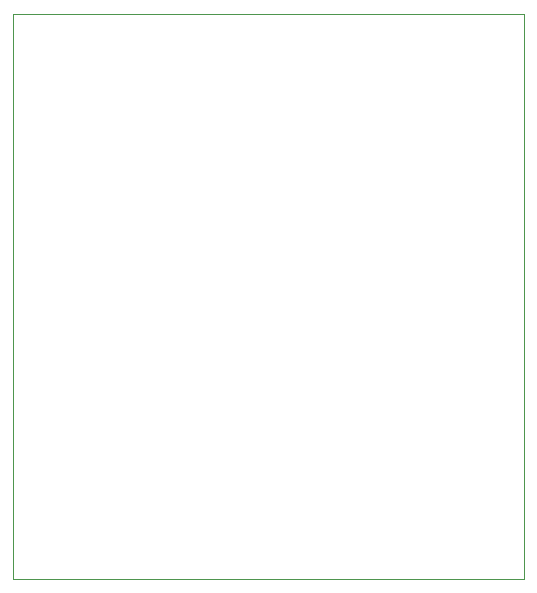
<source format=gbr>
%TF.GenerationSoftware,KiCad,Pcbnew,8.0.6*%
%TF.CreationDate,2025-07-13T00:12:13+05:30*%
%TF.ProjectId,Plant,506c616e-742e-46b6-9963-61645f706362,rev?*%
%TF.SameCoordinates,Original*%
%TF.FileFunction,Profile,NP*%
%FSLAX46Y46*%
G04 Gerber Fmt 4.6, Leading zero omitted, Abs format (unit mm)*
G04 Created by KiCad (PCBNEW 8.0.6) date 2025-07-13 00:12:13*
%MOMM*%
%LPD*%
G01*
G04 APERTURE LIST*
%TA.AperFunction,Profile*%
%ADD10C,0.050000*%
%TD*%
G04 APERTURE END LIST*
D10*
X109321600Y-55778400D02*
X152577800Y-55778400D01*
X152577800Y-103555800D01*
X109321600Y-103555800D01*
X109321600Y-55778400D01*
M02*

</source>
